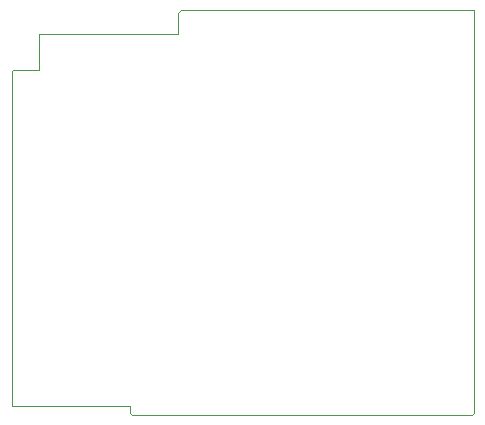
<source format=gbr>
%TF.GenerationSoftware,Altium Limited,Altium Designer,23.11.1 (41)*%
G04 Layer_Color=0*
%FSLAX45Y45*%
%MOMM*%
%TF.SameCoordinates,34E30776-E539-4141-9B1E-1B59BE426CC6*%
%TF.FilePolarity,Positive*%
%TF.FileFunction,Profile,NP*%
%TF.Part,Single*%
G01*
G75*
%TA.AperFunction,Profile*%
%ADD32C,0.02540*%
D32*
X6070600Y6451600D02*
Y9283700D01*
X6083300Y9296400D01*
X6299200D01*
Y9601200D01*
X7480300D01*
Y9779000D01*
X7505700Y9804400D01*
X9982200D01*
Y6388100D01*
X9969500Y6375400D01*
X7086600D01*
X7073900Y6388100D01*
Y6451600D01*
X6070600D01*
%TF.MD5,59d35c43dcf83f4a9f5bc292be06b21e*%
M02*

</source>
